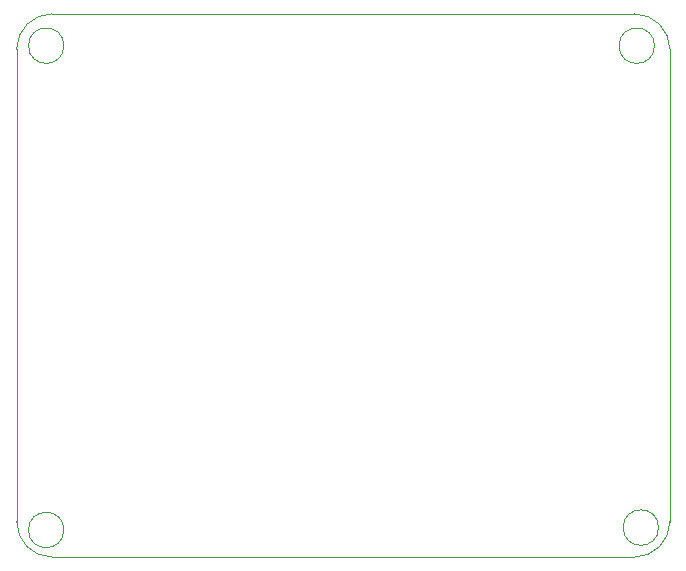
<source format=gbr>
%TF.GenerationSoftware,KiCad,Pcbnew,(5.1.6)-1*%
%TF.CreationDate,2021-06-25T13:52:16+02:00*%
%TF.ProjectId,sensor-v2-board,73656e73-6f72-42d7-9632-2d626f617264,rev?*%
%TF.SameCoordinates,Original*%
%TF.FileFunction,Profile,NP*%
%FSLAX46Y46*%
G04 Gerber Fmt 4.6, Leading zero omitted, Abs format (unit mm)*
G04 Created by KiCad (PCBNEW (5.1.6)-1) date 2021-06-25 13:52:16*
%MOMM*%
%LPD*%
G01*
G04 APERTURE LIST*
%TA.AperFunction,Profile*%
%ADD10C,0.050000*%
%TD*%
G04 APERTURE END LIST*
D10*
X115500000Y-102000000D02*
G75*
G03*
X115500000Y-102000000I-1500000J0D01*
G01*
X165500000Y-102000000D02*
G75*
G03*
X165500000Y-102000000I-1500000J0D01*
G01*
X165850000Y-142800000D02*
G75*
G03*
X165850000Y-142800000I-1500000J0D01*
G01*
X115500000Y-143000000D02*
G75*
G03*
X115500000Y-143000000I-1500000J0D01*
G01*
X114500000Y-145300000D02*
G75*
G02*
X111500000Y-142300000I0J3000000D01*
G01*
X166800000Y-142300000D02*
G75*
G02*
X163800000Y-145300000I-3000000J0D01*
G01*
X163800000Y-99300000D02*
G75*
G02*
X166800000Y-102300000I0J-3000000D01*
G01*
X111500000Y-102300000D02*
G75*
G02*
X114500000Y-99300000I3000000J0D01*
G01*
X111500000Y-142300000D02*
X111500000Y-102300000D01*
X163800000Y-145300000D02*
X114500000Y-145300000D01*
X166800000Y-102300000D02*
X166800000Y-142300000D01*
X114500000Y-99300000D02*
X163800000Y-99300000D01*
M02*

</source>
